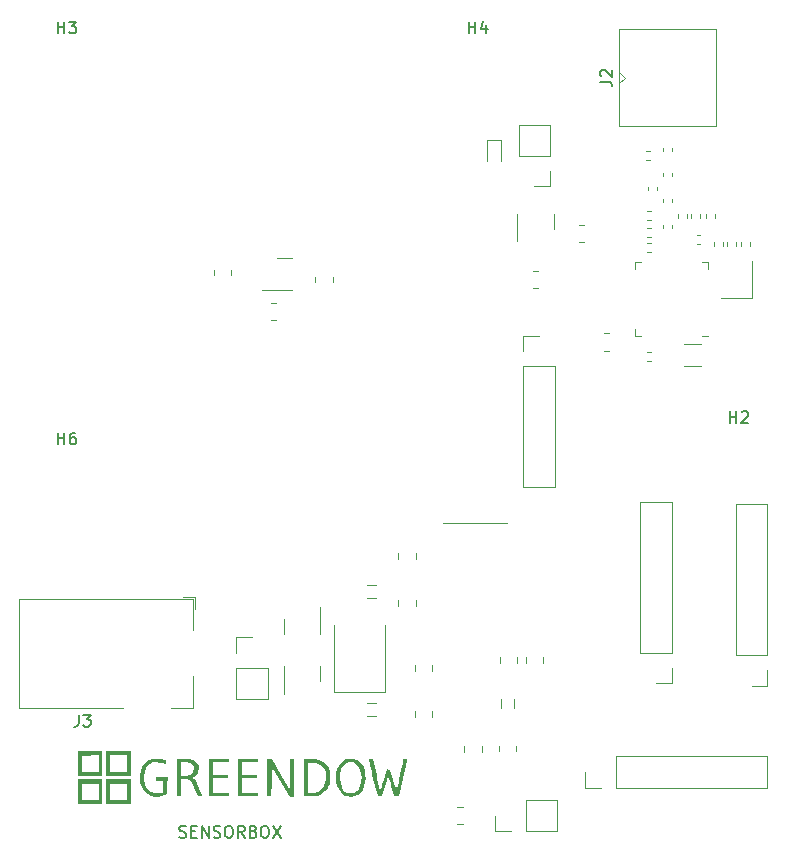
<source format=gbr>
%TF.GenerationSoftware,KiCad,Pcbnew,(6.0.7)*%
%TF.CreationDate,2022-10-02T00:57:54+02:00*%
%TF.ProjectId,sensor_modul,73656e73-6f72-45f6-9d6f-64756c2e6b69,rev?*%
%TF.SameCoordinates,Original*%
%TF.FileFunction,Legend,Top*%
%TF.FilePolarity,Positive*%
%FSLAX46Y46*%
G04 Gerber Fmt 4.6, Leading zero omitted, Abs format (unit mm)*
G04 Created by KiCad (PCBNEW (6.0.7)) date 2022-10-02 00:57:54*
%MOMM*%
%LPD*%
G01*
G04 APERTURE LIST*
%ADD10C,0.150000*%
%ADD11C,0.120000*%
G04 APERTURE END LIST*
D10*
X76538095Y-96804761D02*
X76680952Y-96852380D01*
X76919047Y-96852380D01*
X77014285Y-96804761D01*
X77061904Y-96757142D01*
X77109523Y-96661904D01*
X77109523Y-96566666D01*
X77061904Y-96471428D01*
X77014285Y-96423809D01*
X76919047Y-96376190D01*
X76728571Y-96328571D01*
X76633333Y-96280952D01*
X76585714Y-96233333D01*
X76538095Y-96138095D01*
X76538095Y-96042857D01*
X76585714Y-95947619D01*
X76633333Y-95900000D01*
X76728571Y-95852380D01*
X76966666Y-95852380D01*
X77109523Y-95900000D01*
X77538095Y-96328571D02*
X77871428Y-96328571D01*
X78014285Y-96852380D02*
X77538095Y-96852380D01*
X77538095Y-95852380D01*
X78014285Y-95852380D01*
X78442857Y-96852380D02*
X78442857Y-95852380D01*
X79014285Y-96852380D01*
X79014285Y-95852380D01*
X79442857Y-96804761D02*
X79585714Y-96852380D01*
X79823809Y-96852380D01*
X79919047Y-96804761D01*
X79966666Y-96757142D01*
X80014285Y-96661904D01*
X80014285Y-96566666D01*
X79966666Y-96471428D01*
X79919047Y-96423809D01*
X79823809Y-96376190D01*
X79633333Y-96328571D01*
X79538095Y-96280952D01*
X79490476Y-96233333D01*
X79442857Y-96138095D01*
X79442857Y-96042857D01*
X79490476Y-95947619D01*
X79538095Y-95900000D01*
X79633333Y-95852380D01*
X79871428Y-95852380D01*
X80014285Y-95900000D01*
X80633333Y-95852380D02*
X80823809Y-95852380D01*
X80919047Y-95900000D01*
X81014285Y-95995238D01*
X81061904Y-96185714D01*
X81061904Y-96519047D01*
X81014285Y-96709523D01*
X80919047Y-96804761D01*
X80823809Y-96852380D01*
X80633333Y-96852380D01*
X80538095Y-96804761D01*
X80442857Y-96709523D01*
X80395238Y-96519047D01*
X80395238Y-96185714D01*
X80442857Y-95995238D01*
X80538095Y-95900000D01*
X80633333Y-95852380D01*
X82061904Y-96852380D02*
X81728571Y-96376190D01*
X81490476Y-96852380D02*
X81490476Y-95852380D01*
X81871428Y-95852380D01*
X81966666Y-95900000D01*
X82014285Y-95947619D01*
X82061904Y-96042857D01*
X82061904Y-96185714D01*
X82014285Y-96280952D01*
X81966666Y-96328571D01*
X81871428Y-96376190D01*
X81490476Y-96376190D01*
X82823809Y-96328571D02*
X82966666Y-96376190D01*
X83014285Y-96423809D01*
X83061904Y-96519047D01*
X83061904Y-96661904D01*
X83014285Y-96757142D01*
X82966666Y-96804761D01*
X82871428Y-96852380D01*
X82490476Y-96852380D01*
X82490476Y-95852380D01*
X82823809Y-95852380D01*
X82919047Y-95900000D01*
X82966666Y-95947619D01*
X83014285Y-96042857D01*
X83014285Y-96138095D01*
X82966666Y-96233333D01*
X82919047Y-96280952D01*
X82823809Y-96328571D01*
X82490476Y-96328571D01*
X83680952Y-95852380D02*
X83871428Y-95852380D01*
X83966666Y-95900000D01*
X84061904Y-95995238D01*
X84109523Y-96185714D01*
X84109523Y-96519047D01*
X84061904Y-96709523D01*
X83966666Y-96804761D01*
X83871428Y-96852380D01*
X83680952Y-96852380D01*
X83585714Y-96804761D01*
X83490476Y-96709523D01*
X83442857Y-96519047D01*
X83442857Y-96185714D01*
X83490476Y-95995238D01*
X83585714Y-95900000D01*
X83680952Y-95852380D01*
X84442857Y-95852380D02*
X85109523Y-96852380D01*
X85109523Y-95852380D02*
X84442857Y-96852380D01*
%TO.C,J2*%
X112152380Y-32833333D02*
X112866666Y-32833333D01*
X113009523Y-32880952D01*
X113104761Y-32976190D01*
X113152380Y-33119047D01*
X113152380Y-33214285D01*
X112247619Y-32404761D02*
X112200000Y-32357142D01*
X112152380Y-32261904D01*
X112152380Y-32023809D01*
X112200000Y-31928571D01*
X112247619Y-31880952D01*
X112342857Y-31833333D01*
X112438095Y-31833333D01*
X112580952Y-31880952D01*
X113152380Y-32452380D01*
X113152380Y-31833333D01*
%TO.C,H6*%
X66238095Y-63552380D02*
X66238095Y-62552380D01*
X66238095Y-63028571D02*
X66809523Y-63028571D01*
X66809523Y-63552380D02*
X66809523Y-62552380D01*
X67714285Y-62552380D02*
X67523809Y-62552380D01*
X67428571Y-62600000D01*
X67380952Y-62647619D01*
X67285714Y-62790476D01*
X67238095Y-62980952D01*
X67238095Y-63361904D01*
X67285714Y-63457142D01*
X67333333Y-63504761D01*
X67428571Y-63552380D01*
X67619047Y-63552380D01*
X67714285Y-63504761D01*
X67761904Y-63457142D01*
X67809523Y-63361904D01*
X67809523Y-63123809D01*
X67761904Y-63028571D01*
X67714285Y-62980952D01*
X67619047Y-62933333D01*
X67428571Y-62933333D01*
X67333333Y-62980952D01*
X67285714Y-63028571D01*
X67238095Y-63123809D01*
%TO.C,J3*%
X68016666Y-86444880D02*
X68016666Y-87159166D01*
X67969047Y-87302023D01*
X67873809Y-87397261D01*
X67730952Y-87444880D01*
X67635714Y-87444880D01*
X68397619Y-86444880D02*
X69016666Y-86444880D01*
X68683333Y-86825833D01*
X68826190Y-86825833D01*
X68921428Y-86873452D01*
X68969047Y-86921071D01*
X69016666Y-87016309D01*
X69016666Y-87254404D01*
X68969047Y-87349642D01*
X68921428Y-87397261D01*
X68826190Y-87444880D01*
X68540476Y-87444880D01*
X68445238Y-87397261D01*
X68397619Y-87349642D01*
%TO.C,H2*%
X123138095Y-61752380D02*
X123138095Y-60752380D01*
X123138095Y-61228571D02*
X123709523Y-61228571D01*
X123709523Y-61752380D02*
X123709523Y-60752380D01*
X124138095Y-60847619D02*
X124185714Y-60800000D01*
X124280952Y-60752380D01*
X124519047Y-60752380D01*
X124614285Y-60800000D01*
X124661904Y-60847619D01*
X124709523Y-60942857D01*
X124709523Y-61038095D01*
X124661904Y-61180952D01*
X124090476Y-61752380D01*
X124709523Y-61752380D01*
%TO.C,H4*%
X101038095Y-28752380D02*
X101038095Y-27752380D01*
X101038095Y-28228571D02*
X101609523Y-28228571D01*
X101609523Y-28752380D02*
X101609523Y-27752380D01*
X102514285Y-28085714D02*
X102514285Y-28752380D01*
X102276190Y-27704761D02*
X102038095Y-28419047D01*
X102657142Y-28419047D01*
%TO.C,H3*%
X66238095Y-28752380D02*
X66238095Y-27752380D01*
X66238095Y-28228571D02*
X66809523Y-28228571D01*
X66809523Y-28752380D02*
X66809523Y-27752380D01*
X67190476Y-27752380D02*
X67809523Y-27752380D01*
X67476190Y-28133333D01*
X67619047Y-28133333D01*
X67714285Y-28180952D01*
X67761904Y-28228571D01*
X67809523Y-28323809D01*
X67809523Y-28561904D01*
X67761904Y-28657142D01*
X67714285Y-28704761D01*
X67619047Y-28752380D01*
X67333333Y-28752380D01*
X67238095Y-28704761D01*
X67190476Y-28657142D01*
D11*
%TO.C,J2*%
X122000000Y-28400000D02*
X122000000Y-36600000D01*
X113800000Y-36600000D02*
X122000000Y-36600000D01*
X113800000Y-28400000D02*
X122000000Y-28400000D01*
X113800000Y-33000000D02*
X114300000Y-32500000D01*
X114300000Y-32500000D02*
X113800000Y-32000000D01*
X113800000Y-28400000D02*
X113800000Y-36600000D01*
%TO.C,C10*%
X116453641Y-45220000D02*
X116146359Y-45220000D01*
X116453641Y-45980000D02*
X116146359Y-45980000D01*
%TO.C,FB1*%
X92400378Y-75440000D02*
X93199622Y-75440000D01*
X92400378Y-76560000D02*
X93199622Y-76560000D01*
%TO.C,C1*%
X103565000Y-89072936D02*
X103565000Y-89527064D01*
X105035000Y-89072936D02*
X105035000Y-89527064D01*
%TO.C,C14*%
X116453641Y-47280000D02*
X116146359Y-47280000D01*
X116453641Y-46520000D02*
X116146359Y-46520000D01*
%TO.C,C19*%
X96535000Y-76738748D02*
X96535000Y-77261252D01*
X95065000Y-76738748D02*
X95065000Y-77261252D01*
%TO.C,J3*%
X63000000Y-85842500D02*
X63000000Y-76642500D01*
X71800000Y-85842500D02*
X63000000Y-85842500D01*
X77900000Y-77492500D02*
X77900000Y-76442500D01*
X77700000Y-76642500D02*
X77700000Y-79242500D01*
X76850000Y-76442500D02*
X77900000Y-76442500D01*
X77700000Y-85842500D02*
X75800000Y-85842500D01*
X77700000Y-83142500D02*
X77700000Y-85842500D01*
X63000000Y-76642500D02*
X77700000Y-76642500D01*
%TO.C,L2*%
X117520000Y-40546359D02*
X117520000Y-40853641D01*
X118280000Y-40546359D02*
X118280000Y-40853641D01*
%TO.C,D3*%
X103800000Y-37750000D02*
X102600000Y-37750000D01*
X103800000Y-39600000D02*
X103800000Y-37750000D01*
X102600000Y-39600000D02*
X102600000Y-37750000D01*
%TO.C,D4*%
X88485000Y-78975000D02*
X88485000Y-77300000D01*
X85365000Y-78975000D02*
X85365000Y-78325000D01*
X88485000Y-78975000D02*
X88485000Y-79625000D01*
X85365000Y-78975000D02*
X85365000Y-79625000D01*
%TO.C,TH1*%
X108495000Y-96330000D02*
X108495000Y-93670000D01*
X105895000Y-93670000D02*
X108495000Y-93670000D01*
X104625000Y-96330000D02*
X103295000Y-96330000D01*
X105895000Y-96330000D02*
X105895000Y-93670000D01*
X103295000Y-96330000D02*
X103295000Y-95000000D01*
X105895000Y-96330000D02*
X108495000Y-96330000D01*
%TO.C,FB3*%
X104860000Y-85100378D02*
X104860000Y-85899622D01*
X103740000Y-85100378D02*
X103740000Y-85899622D01*
%TO.C,J1*%
X118230000Y-81180000D02*
X115570000Y-81180000D01*
X118230000Y-81180000D02*
X118230000Y-68420000D01*
X118230000Y-68420000D02*
X115570000Y-68420000D01*
X118230000Y-82450000D02*
X118230000Y-83780000D01*
X118230000Y-83780000D02*
X116900000Y-83780000D01*
X115570000Y-81180000D02*
X115570000Y-68420000D01*
%TO.C,R2*%
X80935000Y-48772936D02*
X80935000Y-49227064D01*
X79465000Y-48772936D02*
X79465000Y-49227064D01*
%TO.C,Q1*%
X105115000Y-44700000D02*
X105115000Y-44050000D01*
X105115000Y-44700000D02*
X105115000Y-46375000D01*
X108235000Y-44700000D02*
X108235000Y-44050000D01*
X108235000Y-44700000D02*
X108235000Y-45350000D01*
%TO.C,C12*%
X120346359Y-45820000D02*
X120653641Y-45820000D01*
X120346359Y-46580000D02*
X120653641Y-46580000D01*
%TO.C,J4*%
X110920000Y-92630000D02*
X110920000Y-91300000D01*
X112250000Y-92630000D02*
X110920000Y-92630000D01*
X113520000Y-92630000D02*
X126280000Y-92630000D01*
X113520000Y-92630000D02*
X113520000Y-89970000D01*
X113520000Y-89970000D02*
X126280000Y-89970000D01*
X126280000Y-92630000D02*
X126280000Y-89970000D01*
%TO.C,C22*%
X100665000Y-89088748D02*
X100665000Y-89611252D01*
X102135000Y-89088748D02*
X102135000Y-89611252D01*
%TO.C,C8*%
X116453641Y-44580000D02*
X116146359Y-44580000D01*
X116453641Y-43820000D02*
X116146359Y-43820000D01*
%TO.C,U2*%
X120770000Y-48155000D02*
X121320000Y-48155000D01*
X121320000Y-48155000D02*
X121320000Y-48705000D01*
X115650000Y-48155000D02*
X115100000Y-48155000D01*
X120770000Y-54375000D02*
X121320000Y-54375000D01*
X115650000Y-54375000D02*
X115100000Y-54375000D01*
X115100000Y-48155000D02*
X115100000Y-48705000D01*
X115100000Y-54375000D02*
X115100000Y-53825000D01*
%TO.C,C9*%
X121820000Y-46753641D02*
X121820000Y-46446359D01*
X122580000Y-46753641D02*
X122580000Y-46446359D01*
%TO.C,L6*%
X116146359Y-56480000D02*
X116453641Y-56480000D01*
X116146359Y-55720000D02*
X116453641Y-55720000D01*
%TO.C,L4*%
X118280000Y-42746359D02*
X118280000Y-43053641D01*
X117520000Y-42746359D02*
X117520000Y-43053641D01*
%TO.C,R5*%
X106447936Y-48865000D02*
X106902064Y-48865000D01*
X106447936Y-50335000D02*
X106902064Y-50335000D01*
%TO.C,D5*%
X85365000Y-82975000D02*
X85365000Y-84650000D01*
X88485000Y-82975000D02*
X88485000Y-82325000D01*
X88485000Y-82975000D02*
X88485000Y-83625000D01*
X85365000Y-82975000D02*
X85365000Y-82325000D01*
%TO.C,C15*%
X119272936Y-55090000D02*
X120727064Y-55090000D01*
X119272936Y-56910000D02*
X120727064Y-56910000D01*
%TO.C,R3*%
X100072936Y-94265000D02*
X100527064Y-94265000D01*
X100072936Y-95735000D02*
X100527064Y-95735000D01*
%TO.C,C18*%
X96535000Y-73261252D02*
X96535000Y-72738748D01*
X95065000Y-73261252D02*
X95065000Y-72738748D01*
%TO.C,U3*%
X98896150Y-70237500D02*
X104280950Y-70237500D01*
%TO.C,J7*%
X108330000Y-56945000D02*
X108330000Y-67165000D01*
X105670000Y-54345000D02*
X107000000Y-54345000D01*
X105670000Y-56945000D02*
X105670000Y-67165000D01*
X105670000Y-55675000D02*
X105670000Y-54345000D01*
X105670000Y-67165000D02*
X108330000Y-67165000D01*
X105670000Y-56945000D02*
X108330000Y-56945000D01*
%TO.C,C6*%
X116980000Y-42053641D02*
X116980000Y-41746359D01*
X116220000Y-42053641D02*
X116220000Y-41746359D01*
%TO.C,C3*%
X118280000Y-38446359D02*
X118280000Y-38753641D01*
X117520000Y-38446359D02*
X117520000Y-38753641D01*
%TO.C,C4*%
X116353641Y-38720000D02*
X116046359Y-38720000D01*
X116353641Y-39480000D02*
X116046359Y-39480000D01*
%TO.C,J6*%
X107930000Y-39105000D02*
X105270000Y-39105000D01*
X107930000Y-40375000D02*
X107930000Y-41705000D01*
X105270000Y-39105000D02*
X105270000Y-36505000D01*
X107930000Y-36505000D02*
X105270000Y-36505000D01*
X107930000Y-41705000D02*
X106600000Y-41705000D01*
X107930000Y-39105000D02*
X107930000Y-36505000D01*
%TO.C,U1*%
X83560000Y-50525000D02*
X86060000Y-50525000D01*
X84810000Y-47805000D02*
X86060000Y-47805000D01*
%TO.C,D1*%
X89650000Y-84550000D02*
X93950000Y-84550000D01*
X93950000Y-84550000D02*
X93950000Y-78850000D01*
X89650000Y-84550000D02*
X89650000Y-78850000D01*
%TO.C,C5*%
X121120000Y-44353641D02*
X121120000Y-44046359D01*
X121880000Y-44353641D02*
X121880000Y-44046359D01*
%TO.C,FB2*%
X92400378Y-86560000D02*
X93199622Y-86560000D01*
X92400378Y-85440000D02*
X93199622Y-85440000D01*
%TO.C,C7*%
X122920000Y-46753641D02*
X122920000Y-46446359D01*
X123680000Y-46753641D02*
X123680000Y-46446359D01*
%TO.C,R1*%
X89535000Y-49827064D02*
X89535000Y-49372936D01*
X88065000Y-49827064D02*
X88065000Y-49372936D01*
%TO.C,C16*%
X112927064Y-54165000D02*
X112472936Y-54165000D01*
X112927064Y-55635000D02*
X112472936Y-55635000D01*
%TO.C,C2*%
X84727064Y-51565000D02*
X84272936Y-51565000D01*
X84727064Y-53035000D02*
X84272936Y-53035000D01*
%TO.C,R4*%
X97935000Y-82761252D02*
X97935000Y-82238748D01*
X96465000Y-82761252D02*
X96465000Y-82238748D01*
%TO.C,R6*%
X110347936Y-44965000D02*
X110802064Y-44965000D01*
X110347936Y-46435000D02*
X110802064Y-46435000D01*
%TO.C,J5*%
X126330000Y-83980000D02*
X125000000Y-83980000D01*
X126330000Y-81380000D02*
X126330000Y-68620000D01*
X126330000Y-81380000D02*
X123670000Y-81380000D01*
X126330000Y-68620000D02*
X123670000Y-68620000D01*
X126330000Y-82650000D02*
X126330000Y-83980000D01*
X123670000Y-81380000D02*
X123670000Y-68620000D01*
%TO.C,L1*%
X120580000Y-44046359D02*
X120580000Y-44353641D01*
X119820000Y-44046359D02*
X119820000Y-44353641D01*
%TO.C,D2*%
X96465000Y-86138748D02*
X96465000Y-86661252D01*
X97935000Y-86138748D02*
X97935000Y-86661252D01*
%TO.C,J8*%
X84030000Y-82495000D02*
X84030000Y-85095000D01*
X81370000Y-81225000D02*
X81370000Y-79895000D01*
X81370000Y-79895000D02*
X82700000Y-79895000D01*
X81370000Y-82495000D02*
X84030000Y-82495000D01*
X81370000Y-82495000D02*
X81370000Y-85095000D01*
X81370000Y-85095000D02*
X84030000Y-85095000D01*
%TO.C,G\u002A\u002A\u002A*%
G36*
X89890307Y-91082054D02*
G01*
X90014537Y-90771206D01*
X90185351Y-90522795D01*
X90401381Y-90338383D01*
X90661258Y-90219532D01*
X90939015Y-90169354D01*
X91260310Y-90180337D01*
X91543297Y-90259849D01*
X91785403Y-90404848D01*
X91984056Y-90612286D01*
X92136681Y-90879121D01*
X92240707Y-91202306D01*
X92293561Y-91578798D01*
X92300000Y-91780000D01*
X92275727Y-92164996D01*
X92200933Y-92498062D01*
X92072657Y-92791592D01*
X92048306Y-92833501D01*
X91862993Y-93069139D01*
X91632511Y-93243696D01*
X91367298Y-93353603D01*
X91077794Y-93395292D01*
X90774440Y-93365192D01*
X90620000Y-93321821D01*
X90385054Y-93200178D01*
X90183632Y-93013384D01*
X90019697Y-92770623D01*
X89897212Y-92481082D01*
X89820141Y-92153948D01*
X89792447Y-91798406D01*
X89792888Y-91791356D01*
X90146289Y-91791356D01*
X90150150Y-91900000D01*
X90194227Y-92255254D01*
X90282729Y-92549907D01*
X90414056Y-92781816D01*
X90586608Y-92948839D01*
X90798784Y-93048833D01*
X91031284Y-93079795D01*
X91185265Y-93070137D01*
X91327570Y-93045186D01*
X91391284Y-93024926D01*
X91581685Y-92900274D01*
X91737348Y-92705350D01*
X91856850Y-92442617D01*
X91938766Y-92114537D01*
X91946976Y-92064671D01*
X91972215Y-91733087D01*
X91945672Y-91422921D01*
X91872376Y-91142073D01*
X91757359Y-90898438D01*
X91605650Y-90699916D01*
X91422278Y-90554402D01*
X91212274Y-90469796D01*
X90980668Y-90453994D01*
X90925495Y-90460822D01*
X90696851Y-90535505D01*
X90503205Y-90677394D01*
X90347941Y-90880206D01*
X90234444Y-91137659D01*
X90166098Y-91443470D01*
X90146289Y-91791356D01*
X89792888Y-91791356D01*
X89814028Y-91453777D01*
X89890307Y-91082054D01*
G37*
G36*
X76910000Y-90200223D02*
G01*
X77195264Y-90203570D01*
X77414937Y-90215404D01*
X77583244Y-90238786D01*
X77714410Y-90276781D01*
X77822659Y-90332452D01*
X77922217Y-90408863D01*
X77936061Y-90421200D01*
X78085241Y-90605765D01*
X78163464Y-90820116D01*
X78169254Y-91054384D01*
X78101137Y-91298700D01*
X78075562Y-91353871D01*
X77981663Y-91507972D01*
X77864963Y-91618285D01*
X77772827Y-91676702D01*
X77663901Y-91740824D01*
X77617113Y-91777819D01*
X77624473Y-91799060D01*
X77675466Y-91815287D01*
X77754127Y-91851410D01*
X77832583Y-91924952D01*
X77916223Y-92044331D01*
X78010434Y-92217966D01*
X78120607Y-92454276D01*
X78196427Y-92629213D01*
X78303646Y-92880386D01*
X78382681Y-93066864D01*
X78435196Y-93198174D01*
X78462858Y-93283843D01*
X78467332Y-93333399D01*
X78450285Y-93356368D01*
X78413380Y-93362279D01*
X78358286Y-93360657D01*
X78324193Y-93360000D01*
X78150367Y-93360000D01*
X77901695Y-92790000D01*
X77808286Y-92581780D01*
X77717683Y-92390318D01*
X77638036Y-92232113D01*
X77577497Y-92123661D01*
X77558475Y-92095242D01*
X77424699Y-91982619D01*
X77224812Y-91911407D01*
X76957527Y-91881195D01*
X76882287Y-91880000D01*
X76660000Y-91880000D01*
X76660000Y-93360000D01*
X76340000Y-93360000D01*
X76340000Y-91600000D01*
X76660000Y-91600000D01*
X76981284Y-91600000D01*
X77159491Y-91592915D01*
X77318727Y-91574052D01*
X77429307Y-91546995D01*
X77433152Y-91545438D01*
X77611723Y-91432078D01*
X77729179Y-91271480D01*
X77778793Y-91073545D01*
X77780000Y-91034944D01*
X77759694Y-90836762D01*
X77694360Y-90687316D01*
X77577368Y-90581896D01*
X77402089Y-90515789D01*
X77161895Y-90484284D01*
X76999190Y-90480000D01*
X76660000Y-90480000D01*
X76660000Y-91600000D01*
X76340000Y-91600000D01*
X76340000Y-90200000D01*
X76910000Y-90200223D01*
G37*
G36*
X87670000Y-90207093D02*
G01*
X87908747Y-90214160D01*
X88084853Y-90222957D01*
X88215673Y-90236100D01*
X88318562Y-90256201D01*
X88410874Y-90285876D01*
X88509963Y-90327738D01*
X88529372Y-90336548D01*
X88780600Y-90488629D01*
X89005923Y-90695695D01*
X89182656Y-90935342D01*
X89232829Y-91031310D01*
X89271463Y-91126316D01*
X89296833Y-91224909D01*
X89311501Y-91346953D01*
X89318029Y-91512312D01*
X89319096Y-91700000D01*
X89316330Y-91921531D01*
X89307091Y-92084989D01*
X89288511Y-92212220D01*
X89257722Y-92325069D01*
X89225704Y-92411383D01*
X89087773Y-92665120D01*
X88891420Y-92902997D01*
X88657959Y-93102665D01*
X88451281Y-93223359D01*
X88344931Y-93269704D01*
X88249485Y-93302305D01*
X88146445Y-93324085D01*
X88017314Y-93337966D01*
X87843596Y-93346872D01*
X87630000Y-93353147D01*
X87060000Y-93367501D01*
X87060000Y-93080000D01*
X87418891Y-93080000D01*
X87672185Y-93080000D01*
X87852291Y-93068883D01*
X88040139Y-93040380D01*
X88139495Y-93016444D01*
X88283374Y-92960341D01*
X88416561Y-92874307D01*
X88565230Y-92741033D01*
X88583706Y-92722693D01*
X88773329Y-92491694D01*
X88898599Y-92236927D01*
X88963695Y-91946157D01*
X88972798Y-91607146D01*
X88971757Y-91586855D01*
X88939384Y-91316916D01*
X88869845Y-91100399D01*
X88754482Y-90915979D01*
X88655397Y-90807670D01*
X88487349Y-90668801D01*
X88306741Y-90577128D01*
X88092758Y-90525228D01*
X87824584Y-90505677D01*
X87807855Y-90505393D01*
X87440000Y-90500000D01*
X87429445Y-91790000D01*
X87418891Y-93080000D01*
X87060000Y-93080000D01*
X87060000Y-90191451D01*
X87670000Y-90207093D01*
G37*
G36*
X74925161Y-90189193D02*
G01*
X75074874Y-90217572D01*
X75221415Y-90253641D01*
X75335050Y-90288103D01*
X75395164Y-90314543D01*
X75399039Y-90318446D01*
X75406210Y-90377646D01*
X75395069Y-90474601D01*
X75394383Y-90478084D01*
X75366194Y-90564295D01*
X75323267Y-90583851D01*
X75304561Y-90578241D01*
X75236998Y-90559558D01*
X75113365Y-90532601D01*
X74956504Y-90502235D01*
X74900000Y-90492059D01*
X74576941Y-90459700D01*
X74303675Y-90487665D01*
X74074916Y-90578258D01*
X73885380Y-90733779D01*
X73729782Y-90956532D01*
X73699431Y-91015091D01*
X73592111Y-91314336D01*
X73544571Y-91639924D01*
X73555609Y-91972220D01*
X73624024Y-92291586D01*
X73748613Y-92578386D01*
X73800097Y-92660000D01*
X73984738Y-92874873D01*
X74196443Y-93018468D01*
X74441754Y-93093308D01*
X74727214Y-93101920D01*
X74891850Y-93081374D01*
X75180000Y-93032771D01*
X75180000Y-92080000D01*
X74540000Y-92080000D01*
X74540000Y-91760000D01*
X75541845Y-91760000D01*
X75530922Y-92469818D01*
X75520000Y-93179636D01*
X75280000Y-93275139D01*
X75025901Y-93349390D01*
X74745182Y-93387241D01*
X74466503Y-93387383D01*
X74218525Y-93348505D01*
X74148198Y-93326848D01*
X73863441Y-93183705D01*
X73622294Y-92976946D01*
X73431532Y-92713971D01*
X73297930Y-92402180D01*
X73296066Y-92396086D01*
X73244965Y-92150204D01*
X73222501Y-91863492D01*
X73227913Y-91563704D01*
X73260440Y-91278594D01*
X73319322Y-91035915D01*
X73334505Y-90994116D01*
X73484858Y-90709043D01*
X73688148Y-90481199D01*
X73939099Y-90312938D01*
X74232436Y-90206614D01*
X74562882Y-90164581D01*
X74925161Y-90189193D01*
G37*
G36*
X83220000Y-90480000D02*
G01*
X81860000Y-90480000D01*
X81860000Y-91520000D01*
X83140000Y-91520000D01*
X83140000Y-91800000D01*
X81860000Y-91800000D01*
X81860000Y-93080000D01*
X83220000Y-93080000D01*
X83220000Y-93360000D01*
X81540000Y-93360000D01*
X81540000Y-90200000D01*
X83220000Y-90200000D01*
X83220000Y-90480000D01*
G37*
G36*
X70020000Y-89520000D02*
G01*
X70020000Y-91640000D01*
X67940000Y-91640000D01*
X67940000Y-91280000D01*
X68258110Y-91280000D01*
X69700000Y-91280000D01*
X69700000Y-89878154D01*
X68280000Y-89900000D01*
X68258110Y-91280000D01*
X67940000Y-91280000D01*
X67940000Y-89520000D01*
X70020000Y-89520000D01*
G37*
G36*
X72420000Y-89520000D02*
G01*
X72420000Y-91640000D01*
X70340000Y-91640000D01*
X70340000Y-91280000D01*
X70660000Y-91280000D01*
X72100000Y-91280000D01*
X72100000Y-89880000D01*
X70660000Y-89880000D01*
X70660000Y-91280000D01*
X70340000Y-91280000D01*
X70340000Y-89520000D01*
X72420000Y-89520000D01*
G37*
G36*
X70020000Y-91920000D02*
G01*
X70020000Y-94040000D01*
X67940000Y-94040000D01*
X67940000Y-92953333D01*
X68260000Y-92953333D01*
X68261510Y-93177757D01*
X68265694Y-93373692D01*
X68272026Y-93527390D01*
X68279983Y-93625099D01*
X68286666Y-93653333D01*
X68333545Y-93662039D01*
X68446890Y-93669555D01*
X68613173Y-93675379D01*
X68818862Y-93679010D01*
X69006666Y-93680000D01*
X69700000Y-93680000D01*
X69700000Y-92280000D01*
X68260000Y-92280000D01*
X68260000Y-92953333D01*
X67940000Y-92953333D01*
X67940000Y-91920000D01*
X70020000Y-91920000D01*
G37*
G36*
X93242882Y-91581453D02*
G01*
X93306560Y-91899414D01*
X93366436Y-92188720D01*
X93420614Y-92440935D01*
X93467197Y-92647624D01*
X93504289Y-92800352D01*
X93529993Y-92890684D01*
X93541940Y-92911453D01*
X93560939Y-92859875D01*
X93599660Y-92743228D01*
X93654445Y-92572950D01*
X93721634Y-92360478D01*
X93797570Y-92117250D01*
X93843700Y-91968143D01*
X94118712Y-91076286D01*
X94255020Y-91088143D01*
X94391329Y-91100000D01*
X94652868Y-92010795D01*
X94727111Y-92264359D01*
X94795405Y-92488201D01*
X94854429Y-92672181D01*
X94900860Y-92806164D01*
X94931375Y-92880010D01*
X94941263Y-92890795D01*
X94952432Y-92860003D01*
X94972695Y-92781016D01*
X95002802Y-92650275D01*
X95043509Y-92464218D01*
X95095567Y-92219282D01*
X95159729Y-91911906D01*
X95236749Y-91538529D01*
X95327379Y-91095589D01*
X95432372Y-90579525D01*
X95491089Y-90290000D01*
X95514046Y-90233482D01*
X95568004Y-90207013D01*
X95676224Y-90200033D01*
X95689328Y-90200000D01*
X95800050Y-90204754D01*
X95848599Y-90224063D01*
X95852496Y-90265494D01*
X95851401Y-90270000D01*
X95838452Y-90323493D01*
X95809231Y-90445951D01*
X95765847Y-90628479D01*
X95710410Y-90862183D01*
X95645030Y-91138168D01*
X95571815Y-91447540D01*
X95492877Y-91781404D01*
X95476736Y-91849703D01*
X95120000Y-93359407D01*
X94914788Y-93359703D01*
X94709576Y-93360000D01*
X94499337Y-92510000D01*
X94436665Y-92260069D01*
X94378957Y-92036417D01*
X94329355Y-91850713D01*
X94291005Y-91714623D01*
X94267050Y-91639818D01*
X94262109Y-91629560D01*
X94241142Y-91653752D01*
X94202949Y-91741540D01*
X94152633Y-91879703D01*
X94095295Y-92055016D01*
X94084603Y-92089560D01*
X94012370Y-92324790D01*
X93934276Y-92578894D01*
X93860884Y-92817512D01*
X93813937Y-92970000D01*
X93693787Y-93360000D01*
X93314999Y-93360000D01*
X92964545Y-91850000D01*
X92886044Y-91512140D01*
X92812662Y-91197037D01*
X92746485Y-90913597D01*
X92689601Y-90670728D01*
X92644097Y-90477335D01*
X92612060Y-90342327D01*
X92595575Y-90274609D01*
X92594350Y-90270000D01*
X92593613Y-90228039D01*
X92633624Y-90207027D01*
X92731462Y-90200257D01*
X92772590Y-90200000D01*
X92970572Y-90200000D01*
X93242882Y-91581453D01*
G37*
G36*
X72420000Y-91920000D02*
G01*
X72420000Y-94040000D01*
X70340000Y-94040000D01*
X70340000Y-93680000D01*
X70660000Y-93680000D01*
X72100000Y-93680000D01*
X72100000Y-92280000D01*
X70660000Y-92280000D01*
X70660000Y-93680000D01*
X70340000Y-93680000D01*
X70340000Y-91920000D01*
X72420000Y-91920000D01*
G37*
G36*
X84163638Y-90207808D02*
G01*
X84347277Y-90220000D01*
X85113638Y-91518647D01*
X85880000Y-92817295D01*
X85890546Y-91508647D01*
X85901093Y-90200000D01*
X86220000Y-90200000D01*
X86220000Y-93400000D01*
X85871032Y-93400000D01*
X85115516Y-92139341D01*
X84360000Y-90878683D01*
X84349430Y-92119341D01*
X84338860Y-93360000D01*
X83980000Y-93360000D01*
X83980000Y-90195616D01*
X84163638Y-90207808D01*
G37*
G36*
X80780000Y-90480000D02*
G01*
X79420000Y-90480000D01*
X79420000Y-91520000D01*
X80660000Y-91520000D01*
X80660000Y-91800000D01*
X79420000Y-91800000D01*
X79420000Y-93080000D01*
X80780000Y-93080000D01*
X80780000Y-93360000D01*
X79060000Y-93360000D01*
X79060000Y-90200000D01*
X80780000Y-90200000D01*
X80780000Y-90480000D01*
G37*
%TO.C,C13*%
X118720000Y-44353641D02*
X118720000Y-44046359D01*
X119480000Y-44353641D02*
X119480000Y-44046359D01*
%TO.C,Y1*%
X125000000Y-51200000D02*
X125000000Y-48000000D01*
X122400000Y-51200000D02*
X125000000Y-51200000D01*
%TO.C,L3*%
X124880000Y-46446359D02*
X124880000Y-46753641D01*
X124120000Y-46446359D02*
X124120000Y-46753641D01*
%TO.C,L5*%
X117520000Y-44946359D02*
X117520000Y-45253641D01*
X118280000Y-44946359D02*
X118280000Y-45253641D01*
%TO.C,C21*%
X103665000Y-82061252D02*
X103665000Y-81538748D01*
X105135000Y-82061252D02*
X105135000Y-81538748D01*
%TO.C,C20*%
X105865000Y-82061252D02*
X105865000Y-81538748D01*
X107335000Y-82061252D02*
X107335000Y-81538748D01*
%TD*%
M02*

</source>
